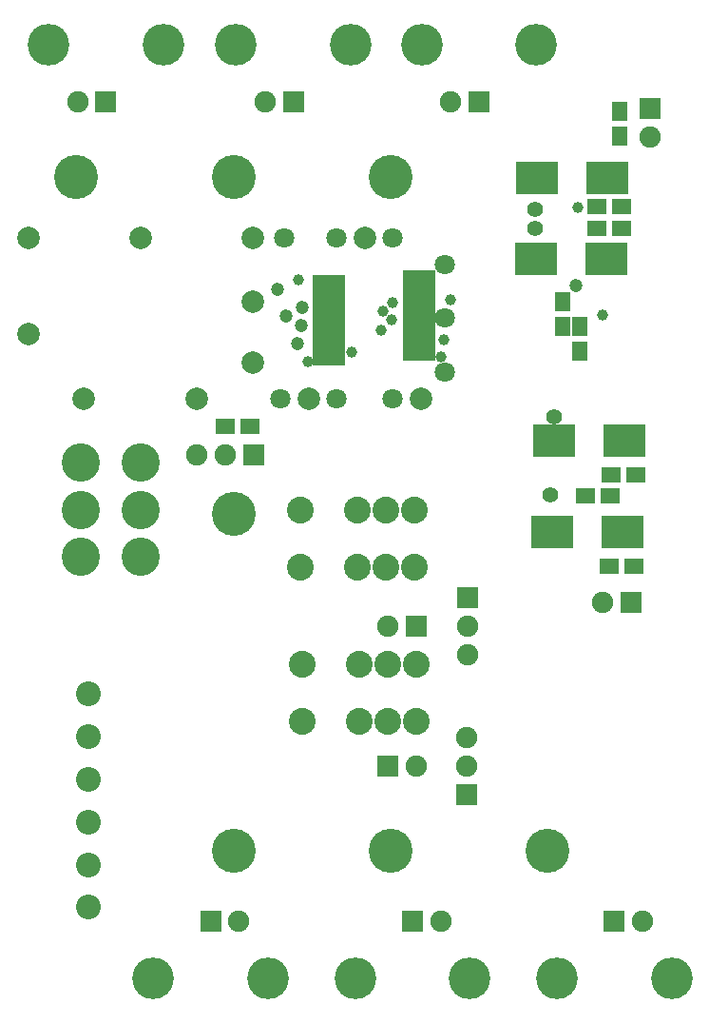
<source format=gts>
G04*
G04 #@! TF.GenerationSoftware,Altium Limited,Altium Designer,19.1.6 (110)*
G04*
G04 Layer_Color=8388736*
%FSLAX23Y23*%
%MOIN*%
G70*
G01*
G75*
%ADD15R,0.146X0.114*%
%ADD16R,0.065X0.055*%
%ADD17R,0.055X0.065*%
%ADD18R,0.114X0.035*%
%ADD19C,0.075*%
%ADD20R,0.075X0.075*%
%ADD21R,0.075X0.075*%
%ADD22C,0.146*%
%ADD23C,0.154*%
%ADD24C,0.087*%
%ADD25C,0.039*%
%ADD26C,0.079*%
%ADD27C,0.071*%
%ADD28C,0.055*%
%ADD29C,0.094*%
%ADD30C,0.134*%
%ADD31C,0.047*%
D15*
X1908Y1842D02*
D03*
X2156D02*
D03*
X1914Y2161D02*
D03*
X2162D02*
D03*
X2100Y2797D02*
D03*
X1852D02*
D03*
X2102Y3083D02*
D03*
X1854D02*
D03*
D16*
X763Y2212D02*
D03*
X850D02*
D03*
X2152Y2981D02*
D03*
X2065D02*
D03*
X2066Y2906D02*
D03*
X2153D02*
D03*
X2195Y1721D02*
D03*
X2108D02*
D03*
X2111Y1969D02*
D03*
X2024D02*
D03*
X2201Y2042D02*
D03*
X2114D02*
D03*
D17*
X2147Y3229D02*
D03*
Y3316D02*
D03*
X1944Y2649D02*
D03*
Y2562D02*
D03*
X2005Y2475D02*
D03*
Y2562D02*
D03*
D18*
X1126Y2725D02*
D03*
Y2693D02*
D03*
Y2630D02*
D03*
Y2662D02*
D03*
Y2536D02*
D03*
Y2504D02*
D03*
Y2567D02*
D03*
Y2599D02*
D03*
Y2441D02*
D03*
Y2473D02*
D03*
X1441Y2489D02*
D03*
Y2457D02*
D03*
Y2615D02*
D03*
Y2583D02*
D03*
Y2520D02*
D03*
Y2552D02*
D03*
Y2678D02*
D03*
Y2646D02*
D03*
Y2709D02*
D03*
Y2741D02*
D03*
D19*
X662Y2112D02*
D03*
X762D02*
D03*
X245Y3348D02*
D03*
X902D02*
D03*
X2225Y478D02*
D03*
X810D02*
D03*
X1553Y3348D02*
D03*
X1518Y478D02*
D03*
X2085Y1595D02*
D03*
X2251Y3224D02*
D03*
X1332Y1513D02*
D03*
X1433Y1022D02*
D03*
X1612Y1513D02*
D03*
Y1413D02*
D03*
X1608Y1023D02*
D03*
Y1123D02*
D03*
D20*
X862Y2112D02*
D03*
X2185Y1595D02*
D03*
X1432Y1513D02*
D03*
X1333Y1022D02*
D03*
D21*
X343Y3348D02*
D03*
X1001D02*
D03*
X2127Y478D02*
D03*
X711D02*
D03*
X1652Y3348D02*
D03*
X1419Y478D02*
D03*
X2251Y3324D02*
D03*
X1612Y1613D02*
D03*
X1608Y923D02*
D03*
D22*
X142Y3549D02*
D03*
X544D02*
D03*
X800D02*
D03*
X1202D02*
D03*
X2328Y277D02*
D03*
X1926D02*
D03*
X912D02*
D03*
X510D02*
D03*
X1451Y3549D02*
D03*
X1853D02*
D03*
X1620Y277D02*
D03*
X1218D02*
D03*
D23*
X1893Y724D02*
D03*
X1342D02*
D03*
X791D02*
D03*
Y1905D02*
D03*
Y3086D02*
D03*
X240D02*
D03*
X1342D02*
D03*
D24*
X283Y527D02*
D03*
Y676D02*
D03*
Y826D02*
D03*
Y975D02*
D03*
Y1125D02*
D03*
Y1275D02*
D03*
D25*
X1553Y2656D02*
D03*
X1528Y2516D02*
D03*
X2084Y2601D02*
D03*
X1316Y2615D02*
D03*
X1348Y2646D02*
D03*
X1347Y2584D02*
D03*
X2000Y2980D02*
D03*
X1309Y2550D02*
D03*
X1519Y2456D02*
D03*
X1053Y2440D02*
D03*
X1204Y2473D02*
D03*
X1018Y2724D02*
D03*
D26*
X858Y2871D02*
D03*
X1055Y2310D02*
D03*
X1449D02*
D03*
X1252Y2871D02*
D03*
X858Y2648D02*
D03*
Y2435D02*
D03*
X661Y2310D02*
D03*
X267D02*
D03*
X464Y2871D02*
D03*
X71D02*
D03*
X71Y2534D02*
D03*
D27*
X968Y2871D02*
D03*
X956Y2310D02*
D03*
X1531Y2780D02*
D03*
Y2591D02*
D03*
Y2402D02*
D03*
X1153Y2871D02*
D03*
X1350D02*
D03*
Y2310D02*
D03*
X1153D02*
D03*
D28*
X1901Y1971D02*
D03*
X1915Y2244D02*
D03*
X1848Y2971D02*
D03*
X1849Y2906D02*
D03*
D29*
X1432Y1179D02*
D03*
X1332D02*
D03*
X1232D02*
D03*
X1032D02*
D03*
X1432Y1379D02*
D03*
X1332D02*
D03*
X1232D02*
D03*
X1032D02*
D03*
X1426Y1719D02*
D03*
X1326D02*
D03*
X1226D02*
D03*
X1026D02*
D03*
X1426Y1919D02*
D03*
X1326D02*
D03*
X1226D02*
D03*
X1026D02*
D03*
D30*
X467Y1920D02*
D03*
X254D02*
D03*
X467Y1754D02*
D03*
X254Y2086D02*
D03*
X467D02*
D03*
X254Y1754D02*
D03*
D31*
X1992Y2706D02*
D03*
X976Y2598D02*
D03*
X1029Y2565D02*
D03*
X946Y2691D02*
D03*
X1031Y2629D02*
D03*
X1017Y2503D02*
D03*
M02*

</source>
